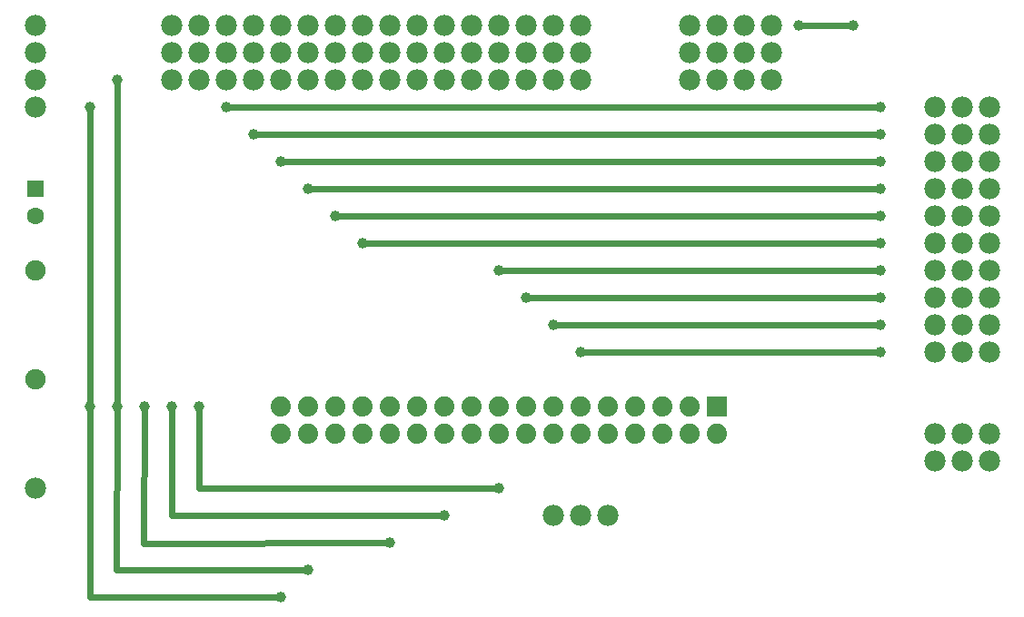
<source format=gtl>
G04 MADE WITH FRITZING*
G04 WWW.FRITZING.ORG*
G04 DOUBLE SIDED*
G04 HOLES PLATED*
G04 CONTOUR ON CENTER OF CONTOUR VECTOR*
%ASAXBY*%
%FSLAX23Y23*%
%MOIN*%
%OFA0B0*%
%SFA1.0B1.0*%
%ADD10C,0.074000*%
%ADD11C,0.078000*%
%ADD12C,0.039370*%
%ADD13C,0.062992*%
%ADD14C,0.075000*%
%ADD15R,0.074000X0.074000*%
%ADD16R,0.062992X0.062992*%
%ADD17C,0.024000*%
%LNCOPPER1*%
G90*
G70*
G54D10*
X2789Y818D03*
X2689Y818D03*
X2589Y818D03*
X2489Y818D03*
X2389Y818D03*
X2289Y818D03*
X2189Y818D03*
X2089Y818D03*
X1989Y818D03*
X1889Y818D03*
X1789Y818D03*
X1689Y818D03*
X1589Y818D03*
X1489Y818D03*
X1389Y818D03*
X1289Y818D03*
X1189Y818D03*
X2789Y918D03*
X2689Y918D03*
X2589Y918D03*
X2489Y918D03*
X2389Y918D03*
X2289Y918D03*
X2189Y918D03*
X2089Y918D03*
X1989Y918D03*
X1889Y918D03*
X1789Y918D03*
X1689Y918D03*
X1589Y918D03*
X1489Y918D03*
X1389Y918D03*
X1289Y918D03*
X1189Y918D03*
G54D11*
X2689Y2318D03*
X2689Y2218D03*
X2689Y2118D03*
X2789Y2318D03*
X2789Y2218D03*
X2789Y2118D03*
X2989Y2318D03*
X2989Y2218D03*
X2989Y2118D03*
X2889Y2318D03*
X2889Y2218D03*
X2889Y2118D03*
X289Y618D03*
X3589Y718D03*
X3689Y718D03*
X3789Y718D03*
X3589Y818D03*
X3689Y818D03*
X3789Y818D03*
X3589Y2018D03*
X3689Y2018D03*
X3789Y2018D03*
X3589Y1918D03*
X3689Y1918D03*
X3789Y1918D03*
X3589Y1818D03*
X3689Y1818D03*
X3789Y1818D03*
X3589Y1718D03*
X3689Y1718D03*
X3789Y1718D03*
X3589Y1618D03*
X3689Y1618D03*
X3789Y1618D03*
X3589Y1518D03*
X3689Y1518D03*
X3789Y1518D03*
X3589Y1418D03*
X3689Y1418D03*
X3789Y1418D03*
X3589Y1318D03*
X3689Y1318D03*
X3789Y1318D03*
X3589Y1218D03*
X3689Y1218D03*
X3789Y1218D03*
X3589Y1118D03*
X3689Y1118D03*
X3789Y1118D03*
X2189Y518D03*
X2289Y518D03*
X2389Y518D03*
X289Y2318D03*
X289Y2218D03*
X289Y2118D03*
X289Y2018D03*
X789Y2318D03*
X789Y2218D03*
X789Y2118D03*
X889Y2318D03*
X889Y2218D03*
X889Y2118D03*
X989Y2318D03*
X989Y2218D03*
X989Y2118D03*
X1089Y2318D03*
X1089Y2218D03*
X1089Y2118D03*
X1189Y2318D03*
X1189Y2218D03*
X1189Y2118D03*
X1289Y2318D03*
X1289Y2218D03*
X1289Y2118D03*
X1389Y2318D03*
X1389Y2218D03*
X1389Y2118D03*
X1489Y2318D03*
X1489Y2218D03*
X1489Y2118D03*
X1589Y2318D03*
X1589Y2218D03*
X1589Y2118D03*
X1689Y2318D03*
X1689Y2218D03*
X1689Y2118D03*
X1789Y2318D03*
X1789Y2218D03*
X1789Y2118D03*
X1889Y2318D03*
X1889Y2218D03*
X1889Y2118D03*
X1989Y2318D03*
X1989Y2218D03*
X1989Y2118D03*
X2089Y2318D03*
X2089Y2218D03*
X2089Y2118D03*
X2189Y2318D03*
X2189Y2218D03*
X2189Y2118D03*
X2289Y2318D03*
X2289Y2218D03*
X2289Y2118D03*
G54D12*
X589Y2118D03*
X489Y2018D03*
X1189Y218D03*
X1289Y318D03*
X1589Y418D03*
X1789Y518D03*
X1989Y618D03*
X889Y918D03*
X789Y918D03*
X689Y918D03*
X589Y918D03*
X489Y918D03*
X3289Y2318D03*
X3089Y2318D03*
X2289Y1118D03*
X3389Y1118D03*
X3389Y1218D03*
X3389Y1318D03*
X3389Y1418D03*
X3389Y1518D03*
X3389Y1618D03*
X3389Y1718D03*
X3389Y1818D03*
X3389Y1918D03*
X3389Y2018D03*
X2189Y1218D03*
X2089Y1318D03*
X1989Y1418D03*
X1489Y1518D03*
X1389Y1618D03*
X1289Y1718D03*
X1189Y1818D03*
X1089Y1918D03*
X989Y2018D03*
G54D13*
X289Y1716D03*
X289Y1618D03*
G54D14*
X289Y1418D03*
X289Y1018D03*
G54D15*
X2789Y918D03*
G54D16*
X289Y1716D03*
G54D17*
X891Y618D02*
X1970Y618D01*
D02*
X889Y899D02*
X891Y618D01*
D02*
X790Y517D02*
X1770Y518D01*
D02*
X789Y899D02*
X790Y517D01*
D02*
X688Y415D02*
X1570Y418D01*
D02*
X689Y899D02*
X688Y415D01*
D02*
X587Y319D02*
X1270Y318D01*
D02*
X589Y899D02*
X587Y319D01*
D02*
X491Y218D02*
X1170Y218D01*
D02*
X489Y899D02*
X491Y218D01*
D02*
X589Y2099D02*
X589Y937D01*
D02*
X489Y1999D02*
X489Y937D01*
D02*
X3370Y1118D02*
X2308Y1118D01*
D02*
X3370Y1218D02*
X2208Y1218D01*
D02*
X3370Y1318D02*
X2108Y1318D01*
D02*
X3370Y1418D02*
X2008Y1418D01*
D02*
X3370Y1518D02*
X1508Y1518D01*
D02*
X3370Y1618D02*
X1408Y1618D01*
D02*
X3370Y1718D02*
X1308Y1718D01*
D02*
X3370Y1818D02*
X1208Y1818D01*
D02*
X3370Y1918D02*
X1108Y1918D01*
D02*
X3370Y2018D02*
X1008Y2018D01*
D02*
X3108Y2318D02*
X3270Y2318D01*
G04 End of Copper1*
M02*
</source>
